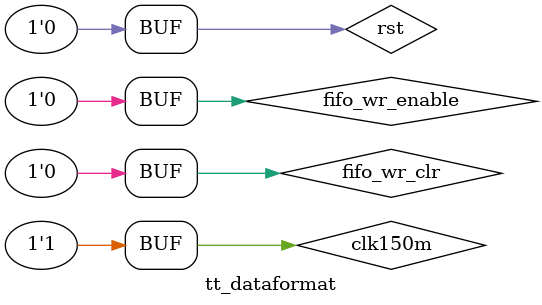
<source format=v>
`timescale 1ns / 1ps


module tt_dataformat;
reg		clk150m,rst,fifo_wr_clr,fifo_wr_enable;
always begin
	clk150m = 0;
	#3.3333;
	clk150m = 1;
	#6.6666;
end

initial begin
rst=1;
fifo_wr_enable=0;
fifo_wr_clr =0;
#100;
rst=0;
fifo_wr_enable=0;
fifo_wr_clr =0;
#100;
rst=0;
fifo_wr_enable=0;
fifo_wr_clr =1;
#110;
rst=0;
fifo_wr_enable=0;
fifo_wr_clr =0;
#300;
rst=0;
fifo_wr_enable=1;
fifo_wr_clr =0;

#80000;
rst=0;
fifo_wr_enable=0;
fifo_wr_clr =0;
end


data_format UTT(
.adc_clk(clk150m),
.adc_rst(rst),

.preprf(0),
.prfin(0),
.fifo_wr_clr(fifo_wr_clr),
.fifo_wr_valid(),
.fifo_wr_enable(fifo_wr_enable),
.cfg_AD_rnum(0),
.fifo_overflow(),

.adc0_data(256'h000F000E000D000C000B000A0009000800070006000500040003000200010000),
.adc1_data(256'h100F100E100D100C100B100A1009100810071006100510041003100210011000),
.div_width(0),
.div_pulse(0),
.ctrl_data(0),
.status_data(0),
.param_data(0),
.debug_data(0),

.adc_ready(1'b1),
.adc_valid(),
.adc_data
);

endmodule

</source>
